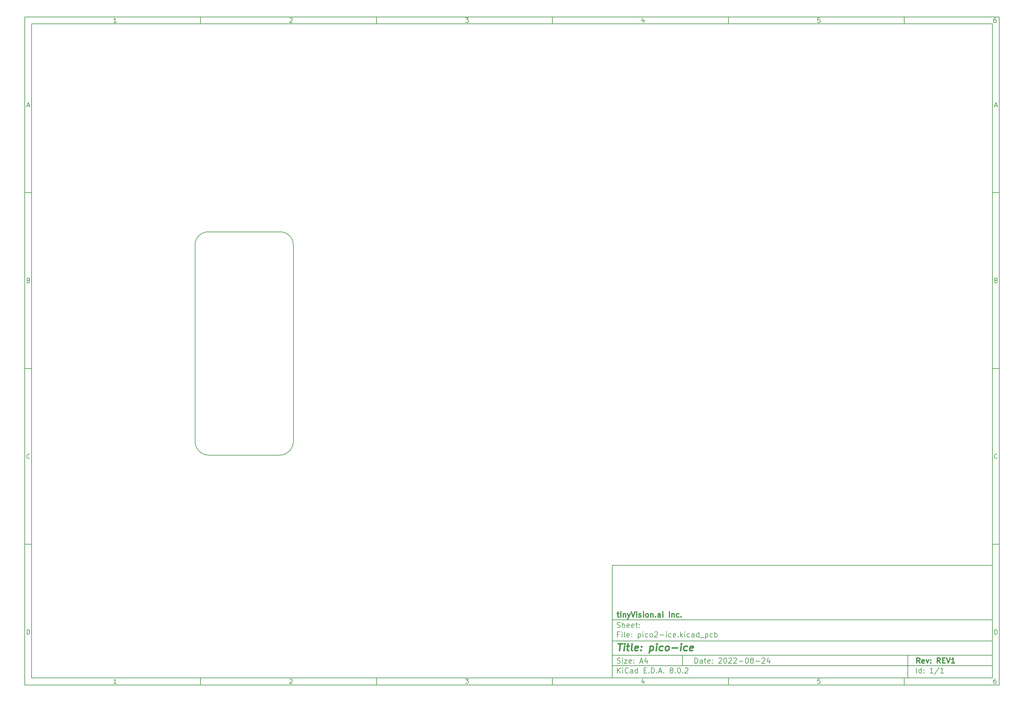
<source format=gbr>
%TF.GenerationSoftware,KiCad,Pcbnew,8.0.2*%
%TF.CreationDate,2024-10-27T15:33:14-07:00*%
%TF.ProjectId,pico2-ice,7069636f-322d-4696-9365-2e6b69636164,REV1*%
%TF.SameCoordinates,Original*%
%TF.FileFunction,Profile,NP*%
%FSLAX46Y46*%
G04 Gerber Fmt 4.6, Leading zero omitted, Abs format (unit mm)*
G04 Created by KiCad (PCBNEW 8.0.2) date 2024-10-27 15:33:14*
%MOMM*%
%LPD*%
G01*
G04 APERTURE LIST*
%ADD10C,0.100000*%
%ADD11C,0.150000*%
%ADD12C,0.300000*%
%ADD13C,0.400000*%
%TA.AperFunction,Profile*%
%ADD14C,0.127000*%
%TD*%
G04 APERTURE END LIST*
D10*
D11*
X177002200Y-166007200D02*
X285002200Y-166007200D01*
X285002200Y-198007200D01*
X177002200Y-198007200D01*
X177002200Y-166007200D01*
D10*
D11*
X10000000Y-10000000D02*
X287002200Y-10000000D01*
X287002200Y-200007200D01*
X10000000Y-200007200D01*
X10000000Y-10000000D01*
D10*
D11*
X12000000Y-12000000D02*
X285002200Y-12000000D01*
X285002200Y-198007200D01*
X12000000Y-198007200D01*
X12000000Y-12000000D01*
D10*
D11*
X60000000Y-12000000D02*
X60000000Y-10000000D01*
D10*
D11*
X110000000Y-12000000D02*
X110000000Y-10000000D01*
D10*
D11*
X160000000Y-12000000D02*
X160000000Y-10000000D01*
D10*
D11*
X210000000Y-12000000D02*
X210000000Y-10000000D01*
D10*
D11*
X260000000Y-12000000D02*
X260000000Y-10000000D01*
D10*
D11*
X36089160Y-11593604D02*
X35346303Y-11593604D01*
X35717731Y-11593604D02*
X35717731Y-10293604D01*
X35717731Y-10293604D02*
X35593922Y-10479319D01*
X35593922Y-10479319D02*
X35470112Y-10603128D01*
X35470112Y-10603128D02*
X35346303Y-10665033D01*
D10*
D11*
X85346303Y-10417414D02*
X85408207Y-10355509D01*
X85408207Y-10355509D02*
X85532017Y-10293604D01*
X85532017Y-10293604D02*
X85841541Y-10293604D01*
X85841541Y-10293604D02*
X85965350Y-10355509D01*
X85965350Y-10355509D02*
X86027255Y-10417414D01*
X86027255Y-10417414D02*
X86089160Y-10541223D01*
X86089160Y-10541223D02*
X86089160Y-10665033D01*
X86089160Y-10665033D02*
X86027255Y-10850747D01*
X86027255Y-10850747D02*
X85284398Y-11593604D01*
X85284398Y-11593604D02*
X86089160Y-11593604D01*
D10*
D11*
X135284398Y-10293604D02*
X136089160Y-10293604D01*
X136089160Y-10293604D02*
X135655826Y-10788842D01*
X135655826Y-10788842D02*
X135841541Y-10788842D01*
X135841541Y-10788842D02*
X135965350Y-10850747D01*
X135965350Y-10850747D02*
X136027255Y-10912652D01*
X136027255Y-10912652D02*
X136089160Y-11036461D01*
X136089160Y-11036461D02*
X136089160Y-11345985D01*
X136089160Y-11345985D02*
X136027255Y-11469795D01*
X136027255Y-11469795D02*
X135965350Y-11531700D01*
X135965350Y-11531700D02*
X135841541Y-11593604D01*
X135841541Y-11593604D02*
X135470112Y-11593604D01*
X135470112Y-11593604D02*
X135346303Y-11531700D01*
X135346303Y-11531700D02*
X135284398Y-11469795D01*
D10*
D11*
X185965350Y-10726938D02*
X185965350Y-11593604D01*
X185655826Y-10231700D02*
X185346303Y-11160271D01*
X185346303Y-11160271D02*
X186151064Y-11160271D01*
D10*
D11*
X236027255Y-10293604D02*
X235408207Y-10293604D01*
X235408207Y-10293604D02*
X235346303Y-10912652D01*
X235346303Y-10912652D02*
X235408207Y-10850747D01*
X235408207Y-10850747D02*
X235532017Y-10788842D01*
X235532017Y-10788842D02*
X235841541Y-10788842D01*
X235841541Y-10788842D02*
X235965350Y-10850747D01*
X235965350Y-10850747D02*
X236027255Y-10912652D01*
X236027255Y-10912652D02*
X236089160Y-11036461D01*
X236089160Y-11036461D02*
X236089160Y-11345985D01*
X236089160Y-11345985D02*
X236027255Y-11469795D01*
X236027255Y-11469795D02*
X235965350Y-11531700D01*
X235965350Y-11531700D02*
X235841541Y-11593604D01*
X235841541Y-11593604D02*
X235532017Y-11593604D01*
X235532017Y-11593604D02*
X235408207Y-11531700D01*
X235408207Y-11531700D02*
X235346303Y-11469795D01*
D10*
D11*
X285965350Y-10293604D02*
X285717731Y-10293604D01*
X285717731Y-10293604D02*
X285593922Y-10355509D01*
X285593922Y-10355509D02*
X285532017Y-10417414D01*
X285532017Y-10417414D02*
X285408207Y-10603128D01*
X285408207Y-10603128D02*
X285346303Y-10850747D01*
X285346303Y-10850747D02*
X285346303Y-11345985D01*
X285346303Y-11345985D02*
X285408207Y-11469795D01*
X285408207Y-11469795D02*
X285470112Y-11531700D01*
X285470112Y-11531700D02*
X285593922Y-11593604D01*
X285593922Y-11593604D02*
X285841541Y-11593604D01*
X285841541Y-11593604D02*
X285965350Y-11531700D01*
X285965350Y-11531700D02*
X286027255Y-11469795D01*
X286027255Y-11469795D02*
X286089160Y-11345985D01*
X286089160Y-11345985D02*
X286089160Y-11036461D01*
X286089160Y-11036461D02*
X286027255Y-10912652D01*
X286027255Y-10912652D02*
X285965350Y-10850747D01*
X285965350Y-10850747D02*
X285841541Y-10788842D01*
X285841541Y-10788842D02*
X285593922Y-10788842D01*
X285593922Y-10788842D02*
X285470112Y-10850747D01*
X285470112Y-10850747D02*
X285408207Y-10912652D01*
X285408207Y-10912652D02*
X285346303Y-11036461D01*
D10*
D11*
X60000000Y-198007200D02*
X60000000Y-200007200D01*
D10*
D11*
X110000000Y-198007200D02*
X110000000Y-200007200D01*
D10*
D11*
X160000000Y-198007200D02*
X160000000Y-200007200D01*
D10*
D11*
X210000000Y-198007200D02*
X210000000Y-200007200D01*
D10*
D11*
X260000000Y-198007200D02*
X260000000Y-200007200D01*
D10*
D11*
X36089160Y-199600804D02*
X35346303Y-199600804D01*
X35717731Y-199600804D02*
X35717731Y-198300804D01*
X35717731Y-198300804D02*
X35593922Y-198486519D01*
X35593922Y-198486519D02*
X35470112Y-198610328D01*
X35470112Y-198610328D02*
X35346303Y-198672233D01*
D10*
D11*
X85346303Y-198424614D02*
X85408207Y-198362709D01*
X85408207Y-198362709D02*
X85532017Y-198300804D01*
X85532017Y-198300804D02*
X85841541Y-198300804D01*
X85841541Y-198300804D02*
X85965350Y-198362709D01*
X85965350Y-198362709D02*
X86027255Y-198424614D01*
X86027255Y-198424614D02*
X86089160Y-198548423D01*
X86089160Y-198548423D02*
X86089160Y-198672233D01*
X86089160Y-198672233D02*
X86027255Y-198857947D01*
X86027255Y-198857947D02*
X85284398Y-199600804D01*
X85284398Y-199600804D02*
X86089160Y-199600804D01*
D10*
D11*
X135284398Y-198300804D02*
X136089160Y-198300804D01*
X136089160Y-198300804D02*
X135655826Y-198796042D01*
X135655826Y-198796042D02*
X135841541Y-198796042D01*
X135841541Y-198796042D02*
X135965350Y-198857947D01*
X135965350Y-198857947D02*
X136027255Y-198919852D01*
X136027255Y-198919852D02*
X136089160Y-199043661D01*
X136089160Y-199043661D02*
X136089160Y-199353185D01*
X136089160Y-199353185D02*
X136027255Y-199476995D01*
X136027255Y-199476995D02*
X135965350Y-199538900D01*
X135965350Y-199538900D02*
X135841541Y-199600804D01*
X135841541Y-199600804D02*
X135470112Y-199600804D01*
X135470112Y-199600804D02*
X135346303Y-199538900D01*
X135346303Y-199538900D02*
X135284398Y-199476995D01*
D10*
D11*
X185965350Y-198734138D02*
X185965350Y-199600804D01*
X185655826Y-198238900D02*
X185346303Y-199167471D01*
X185346303Y-199167471D02*
X186151064Y-199167471D01*
D10*
D11*
X236027255Y-198300804D02*
X235408207Y-198300804D01*
X235408207Y-198300804D02*
X235346303Y-198919852D01*
X235346303Y-198919852D02*
X235408207Y-198857947D01*
X235408207Y-198857947D02*
X235532017Y-198796042D01*
X235532017Y-198796042D02*
X235841541Y-198796042D01*
X235841541Y-198796042D02*
X235965350Y-198857947D01*
X235965350Y-198857947D02*
X236027255Y-198919852D01*
X236027255Y-198919852D02*
X236089160Y-199043661D01*
X236089160Y-199043661D02*
X236089160Y-199353185D01*
X236089160Y-199353185D02*
X236027255Y-199476995D01*
X236027255Y-199476995D02*
X235965350Y-199538900D01*
X235965350Y-199538900D02*
X235841541Y-199600804D01*
X235841541Y-199600804D02*
X235532017Y-199600804D01*
X235532017Y-199600804D02*
X235408207Y-199538900D01*
X235408207Y-199538900D02*
X235346303Y-199476995D01*
D10*
D11*
X285965350Y-198300804D02*
X285717731Y-198300804D01*
X285717731Y-198300804D02*
X285593922Y-198362709D01*
X285593922Y-198362709D02*
X285532017Y-198424614D01*
X285532017Y-198424614D02*
X285408207Y-198610328D01*
X285408207Y-198610328D02*
X285346303Y-198857947D01*
X285346303Y-198857947D02*
X285346303Y-199353185D01*
X285346303Y-199353185D02*
X285408207Y-199476995D01*
X285408207Y-199476995D02*
X285470112Y-199538900D01*
X285470112Y-199538900D02*
X285593922Y-199600804D01*
X285593922Y-199600804D02*
X285841541Y-199600804D01*
X285841541Y-199600804D02*
X285965350Y-199538900D01*
X285965350Y-199538900D02*
X286027255Y-199476995D01*
X286027255Y-199476995D02*
X286089160Y-199353185D01*
X286089160Y-199353185D02*
X286089160Y-199043661D01*
X286089160Y-199043661D02*
X286027255Y-198919852D01*
X286027255Y-198919852D02*
X285965350Y-198857947D01*
X285965350Y-198857947D02*
X285841541Y-198796042D01*
X285841541Y-198796042D02*
X285593922Y-198796042D01*
X285593922Y-198796042D02*
X285470112Y-198857947D01*
X285470112Y-198857947D02*
X285408207Y-198919852D01*
X285408207Y-198919852D02*
X285346303Y-199043661D01*
D10*
D11*
X10000000Y-60000000D02*
X12000000Y-60000000D01*
D10*
D11*
X10000000Y-110000000D02*
X12000000Y-110000000D01*
D10*
D11*
X10000000Y-160000000D02*
X12000000Y-160000000D01*
D10*
D11*
X10690476Y-35222176D02*
X11309523Y-35222176D01*
X10566666Y-35593604D02*
X10999999Y-34293604D01*
X10999999Y-34293604D02*
X11433333Y-35593604D01*
D10*
D11*
X11092857Y-84912652D02*
X11278571Y-84974557D01*
X11278571Y-84974557D02*
X11340476Y-85036461D01*
X11340476Y-85036461D02*
X11402380Y-85160271D01*
X11402380Y-85160271D02*
X11402380Y-85345985D01*
X11402380Y-85345985D02*
X11340476Y-85469795D01*
X11340476Y-85469795D02*
X11278571Y-85531700D01*
X11278571Y-85531700D02*
X11154761Y-85593604D01*
X11154761Y-85593604D02*
X10659523Y-85593604D01*
X10659523Y-85593604D02*
X10659523Y-84293604D01*
X10659523Y-84293604D02*
X11092857Y-84293604D01*
X11092857Y-84293604D02*
X11216666Y-84355509D01*
X11216666Y-84355509D02*
X11278571Y-84417414D01*
X11278571Y-84417414D02*
X11340476Y-84541223D01*
X11340476Y-84541223D02*
X11340476Y-84665033D01*
X11340476Y-84665033D02*
X11278571Y-84788842D01*
X11278571Y-84788842D02*
X11216666Y-84850747D01*
X11216666Y-84850747D02*
X11092857Y-84912652D01*
X11092857Y-84912652D02*
X10659523Y-84912652D01*
D10*
D11*
X11402380Y-135469795D02*
X11340476Y-135531700D01*
X11340476Y-135531700D02*
X11154761Y-135593604D01*
X11154761Y-135593604D02*
X11030952Y-135593604D01*
X11030952Y-135593604D02*
X10845238Y-135531700D01*
X10845238Y-135531700D02*
X10721428Y-135407890D01*
X10721428Y-135407890D02*
X10659523Y-135284080D01*
X10659523Y-135284080D02*
X10597619Y-135036461D01*
X10597619Y-135036461D02*
X10597619Y-134850747D01*
X10597619Y-134850747D02*
X10659523Y-134603128D01*
X10659523Y-134603128D02*
X10721428Y-134479319D01*
X10721428Y-134479319D02*
X10845238Y-134355509D01*
X10845238Y-134355509D02*
X11030952Y-134293604D01*
X11030952Y-134293604D02*
X11154761Y-134293604D01*
X11154761Y-134293604D02*
X11340476Y-134355509D01*
X11340476Y-134355509D02*
X11402380Y-134417414D01*
D10*
D11*
X10659523Y-185593604D02*
X10659523Y-184293604D01*
X10659523Y-184293604D02*
X10969047Y-184293604D01*
X10969047Y-184293604D02*
X11154761Y-184355509D01*
X11154761Y-184355509D02*
X11278571Y-184479319D01*
X11278571Y-184479319D02*
X11340476Y-184603128D01*
X11340476Y-184603128D02*
X11402380Y-184850747D01*
X11402380Y-184850747D02*
X11402380Y-185036461D01*
X11402380Y-185036461D02*
X11340476Y-185284080D01*
X11340476Y-185284080D02*
X11278571Y-185407890D01*
X11278571Y-185407890D02*
X11154761Y-185531700D01*
X11154761Y-185531700D02*
X10969047Y-185593604D01*
X10969047Y-185593604D02*
X10659523Y-185593604D01*
D10*
D11*
X287002200Y-60000000D02*
X285002200Y-60000000D01*
D10*
D11*
X287002200Y-110000000D02*
X285002200Y-110000000D01*
D10*
D11*
X287002200Y-160000000D02*
X285002200Y-160000000D01*
D10*
D11*
X285692676Y-35222176D02*
X286311723Y-35222176D01*
X285568866Y-35593604D02*
X286002199Y-34293604D01*
X286002199Y-34293604D02*
X286435533Y-35593604D01*
D10*
D11*
X286095057Y-84912652D02*
X286280771Y-84974557D01*
X286280771Y-84974557D02*
X286342676Y-85036461D01*
X286342676Y-85036461D02*
X286404580Y-85160271D01*
X286404580Y-85160271D02*
X286404580Y-85345985D01*
X286404580Y-85345985D02*
X286342676Y-85469795D01*
X286342676Y-85469795D02*
X286280771Y-85531700D01*
X286280771Y-85531700D02*
X286156961Y-85593604D01*
X286156961Y-85593604D02*
X285661723Y-85593604D01*
X285661723Y-85593604D02*
X285661723Y-84293604D01*
X285661723Y-84293604D02*
X286095057Y-84293604D01*
X286095057Y-84293604D02*
X286218866Y-84355509D01*
X286218866Y-84355509D02*
X286280771Y-84417414D01*
X286280771Y-84417414D02*
X286342676Y-84541223D01*
X286342676Y-84541223D02*
X286342676Y-84665033D01*
X286342676Y-84665033D02*
X286280771Y-84788842D01*
X286280771Y-84788842D02*
X286218866Y-84850747D01*
X286218866Y-84850747D02*
X286095057Y-84912652D01*
X286095057Y-84912652D02*
X285661723Y-84912652D01*
D10*
D11*
X286404580Y-135469795D02*
X286342676Y-135531700D01*
X286342676Y-135531700D02*
X286156961Y-135593604D01*
X286156961Y-135593604D02*
X286033152Y-135593604D01*
X286033152Y-135593604D02*
X285847438Y-135531700D01*
X285847438Y-135531700D02*
X285723628Y-135407890D01*
X285723628Y-135407890D02*
X285661723Y-135284080D01*
X285661723Y-135284080D02*
X285599819Y-135036461D01*
X285599819Y-135036461D02*
X285599819Y-134850747D01*
X285599819Y-134850747D02*
X285661723Y-134603128D01*
X285661723Y-134603128D02*
X285723628Y-134479319D01*
X285723628Y-134479319D02*
X285847438Y-134355509D01*
X285847438Y-134355509D02*
X286033152Y-134293604D01*
X286033152Y-134293604D02*
X286156961Y-134293604D01*
X286156961Y-134293604D02*
X286342676Y-134355509D01*
X286342676Y-134355509D02*
X286404580Y-134417414D01*
D10*
D11*
X285661723Y-185593604D02*
X285661723Y-184293604D01*
X285661723Y-184293604D02*
X285971247Y-184293604D01*
X285971247Y-184293604D02*
X286156961Y-184355509D01*
X286156961Y-184355509D02*
X286280771Y-184479319D01*
X286280771Y-184479319D02*
X286342676Y-184603128D01*
X286342676Y-184603128D02*
X286404580Y-184850747D01*
X286404580Y-184850747D02*
X286404580Y-185036461D01*
X286404580Y-185036461D02*
X286342676Y-185284080D01*
X286342676Y-185284080D02*
X286280771Y-185407890D01*
X286280771Y-185407890D02*
X286156961Y-185531700D01*
X286156961Y-185531700D02*
X285971247Y-185593604D01*
X285971247Y-185593604D02*
X285661723Y-185593604D01*
D10*
D11*
X200458026Y-193793328D02*
X200458026Y-192293328D01*
X200458026Y-192293328D02*
X200815169Y-192293328D01*
X200815169Y-192293328D02*
X201029455Y-192364757D01*
X201029455Y-192364757D02*
X201172312Y-192507614D01*
X201172312Y-192507614D02*
X201243741Y-192650471D01*
X201243741Y-192650471D02*
X201315169Y-192936185D01*
X201315169Y-192936185D02*
X201315169Y-193150471D01*
X201315169Y-193150471D02*
X201243741Y-193436185D01*
X201243741Y-193436185D02*
X201172312Y-193579042D01*
X201172312Y-193579042D02*
X201029455Y-193721900D01*
X201029455Y-193721900D02*
X200815169Y-193793328D01*
X200815169Y-193793328D02*
X200458026Y-193793328D01*
X202600884Y-193793328D02*
X202600884Y-193007614D01*
X202600884Y-193007614D02*
X202529455Y-192864757D01*
X202529455Y-192864757D02*
X202386598Y-192793328D01*
X202386598Y-192793328D02*
X202100884Y-192793328D01*
X202100884Y-192793328D02*
X201958026Y-192864757D01*
X202600884Y-193721900D02*
X202458026Y-193793328D01*
X202458026Y-193793328D02*
X202100884Y-193793328D01*
X202100884Y-193793328D02*
X201958026Y-193721900D01*
X201958026Y-193721900D02*
X201886598Y-193579042D01*
X201886598Y-193579042D02*
X201886598Y-193436185D01*
X201886598Y-193436185D02*
X201958026Y-193293328D01*
X201958026Y-193293328D02*
X202100884Y-193221900D01*
X202100884Y-193221900D02*
X202458026Y-193221900D01*
X202458026Y-193221900D02*
X202600884Y-193150471D01*
X203100884Y-192793328D02*
X203672312Y-192793328D01*
X203315169Y-192293328D02*
X203315169Y-193579042D01*
X203315169Y-193579042D02*
X203386598Y-193721900D01*
X203386598Y-193721900D02*
X203529455Y-193793328D01*
X203529455Y-193793328D02*
X203672312Y-193793328D01*
X204743741Y-193721900D02*
X204600884Y-193793328D01*
X204600884Y-193793328D02*
X204315170Y-193793328D01*
X204315170Y-193793328D02*
X204172312Y-193721900D01*
X204172312Y-193721900D02*
X204100884Y-193579042D01*
X204100884Y-193579042D02*
X204100884Y-193007614D01*
X204100884Y-193007614D02*
X204172312Y-192864757D01*
X204172312Y-192864757D02*
X204315170Y-192793328D01*
X204315170Y-192793328D02*
X204600884Y-192793328D01*
X204600884Y-192793328D02*
X204743741Y-192864757D01*
X204743741Y-192864757D02*
X204815170Y-193007614D01*
X204815170Y-193007614D02*
X204815170Y-193150471D01*
X204815170Y-193150471D02*
X204100884Y-193293328D01*
X205458026Y-193650471D02*
X205529455Y-193721900D01*
X205529455Y-193721900D02*
X205458026Y-193793328D01*
X205458026Y-193793328D02*
X205386598Y-193721900D01*
X205386598Y-193721900D02*
X205458026Y-193650471D01*
X205458026Y-193650471D02*
X205458026Y-193793328D01*
X205458026Y-192864757D02*
X205529455Y-192936185D01*
X205529455Y-192936185D02*
X205458026Y-193007614D01*
X205458026Y-193007614D02*
X205386598Y-192936185D01*
X205386598Y-192936185D02*
X205458026Y-192864757D01*
X205458026Y-192864757D02*
X205458026Y-193007614D01*
X207243741Y-192436185D02*
X207315169Y-192364757D01*
X207315169Y-192364757D02*
X207458027Y-192293328D01*
X207458027Y-192293328D02*
X207815169Y-192293328D01*
X207815169Y-192293328D02*
X207958027Y-192364757D01*
X207958027Y-192364757D02*
X208029455Y-192436185D01*
X208029455Y-192436185D02*
X208100884Y-192579042D01*
X208100884Y-192579042D02*
X208100884Y-192721900D01*
X208100884Y-192721900D02*
X208029455Y-192936185D01*
X208029455Y-192936185D02*
X207172312Y-193793328D01*
X207172312Y-193793328D02*
X208100884Y-193793328D01*
X209029455Y-192293328D02*
X209172312Y-192293328D01*
X209172312Y-192293328D02*
X209315169Y-192364757D01*
X209315169Y-192364757D02*
X209386598Y-192436185D01*
X209386598Y-192436185D02*
X209458026Y-192579042D01*
X209458026Y-192579042D02*
X209529455Y-192864757D01*
X209529455Y-192864757D02*
X209529455Y-193221900D01*
X209529455Y-193221900D02*
X209458026Y-193507614D01*
X209458026Y-193507614D02*
X209386598Y-193650471D01*
X209386598Y-193650471D02*
X209315169Y-193721900D01*
X209315169Y-193721900D02*
X209172312Y-193793328D01*
X209172312Y-193793328D02*
X209029455Y-193793328D01*
X209029455Y-193793328D02*
X208886598Y-193721900D01*
X208886598Y-193721900D02*
X208815169Y-193650471D01*
X208815169Y-193650471D02*
X208743740Y-193507614D01*
X208743740Y-193507614D02*
X208672312Y-193221900D01*
X208672312Y-193221900D02*
X208672312Y-192864757D01*
X208672312Y-192864757D02*
X208743740Y-192579042D01*
X208743740Y-192579042D02*
X208815169Y-192436185D01*
X208815169Y-192436185D02*
X208886598Y-192364757D01*
X208886598Y-192364757D02*
X209029455Y-192293328D01*
X210100883Y-192436185D02*
X210172311Y-192364757D01*
X210172311Y-192364757D02*
X210315169Y-192293328D01*
X210315169Y-192293328D02*
X210672311Y-192293328D01*
X210672311Y-192293328D02*
X210815169Y-192364757D01*
X210815169Y-192364757D02*
X210886597Y-192436185D01*
X210886597Y-192436185D02*
X210958026Y-192579042D01*
X210958026Y-192579042D02*
X210958026Y-192721900D01*
X210958026Y-192721900D02*
X210886597Y-192936185D01*
X210886597Y-192936185D02*
X210029454Y-193793328D01*
X210029454Y-193793328D02*
X210958026Y-193793328D01*
X211529454Y-192436185D02*
X211600882Y-192364757D01*
X211600882Y-192364757D02*
X211743740Y-192293328D01*
X211743740Y-192293328D02*
X212100882Y-192293328D01*
X212100882Y-192293328D02*
X212243740Y-192364757D01*
X212243740Y-192364757D02*
X212315168Y-192436185D01*
X212315168Y-192436185D02*
X212386597Y-192579042D01*
X212386597Y-192579042D02*
X212386597Y-192721900D01*
X212386597Y-192721900D02*
X212315168Y-192936185D01*
X212315168Y-192936185D02*
X211458025Y-193793328D01*
X211458025Y-193793328D02*
X212386597Y-193793328D01*
X213029453Y-193221900D02*
X214172311Y-193221900D01*
X215172311Y-192293328D02*
X215315168Y-192293328D01*
X215315168Y-192293328D02*
X215458025Y-192364757D01*
X215458025Y-192364757D02*
X215529454Y-192436185D01*
X215529454Y-192436185D02*
X215600882Y-192579042D01*
X215600882Y-192579042D02*
X215672311Y-192864757D01*
X215672311Y-192864757D02*
X215672311Y-193221900D01*
X215672311Y-193221900D02*
X215600882Y-193507614D01*
X215600882Y-193507614D02*
X215529454Y-193650471D01*
X215529454Y-193650471D02*
X215458025Y-193721900D01*
X215458025Y-193721900D02*
X215315168Y-193793328D01*
X215315168Y-193793328D02*
X215172311Y-193793328D01*
X215172311Y-193793328D02*
X215029454Y-193721900D01*
X215029454Y-193721900D02*
X214958025Y-193650471D01*
X214958025Y-193650471D02*
X214886596Y-193507614D01*
X214886596Y-193507614D02*
X214815168Y-193221900D01*
X214815168Y-193221900D02*
X214815168Y-192864757D01*
X214815168Y-192864757D02*
X214886596Y-192579042D01*
X214886596Y-192579042D02*
X214958025Y-192436185D01*
X214958025Y-192436185D02*
X215029454Y-192364757D01*
X215029454Y-192364757D02*
X215172311Y-192293328D01*
X216529453Y-192936185D02*
X216386596Y-192864757D01*
X216386596Y-192864757D02*
X216315167Y-192793328D01*
X216315167Y-192793328D02*
X216243739Y-192650471D01*
X216243739Y-192650471D02*
X216243739Y-192579042D01*
X216243739Y-192579042D02*
X216315167Y-192436185D01*
X216315167Y-192436185D02*
X216386596Y-192364757D01*
X216386596Y-192364757D02*
X216529453Y-192293328D01*
X216529453Y-192293328D02*
X216815167Y-192293328D01*
X216815167Y-192293328D02*
X216958025Y-192364757D01*
X216958025Y-192364757D02*
X217029453Y-192436185D01*
X217029453Y-192436185D02*
X217100882Y-192579042D01*
X217100882Y-192579042D02*
X217100882Y-192650471D01*
X217100882Y-192650471D02*
X217029453Y-192793328D01*
X217029453Y-192793328D02*
X216958025Y-192864757D01*
X216958025Y-192864757D02*
X216815167Y-192936185D01*
X216815167Y-192936185D02*
X216529453Y-192936185D01*
X216529453Y-192936185D02*
X216386596Y-193007614D01*
X216386596Y-193007614D02*
X216315167Y-193079042D01*
X216315167Y-193079042D02*
X216243739Y-193221900D01*
X216243739Y-193221900D02*
X216243739Y-193507614D01*
X216243739Y-193507614D02*
X216315167Y-193650471D01*
X216315167Y-193650471D02*
X216386596Y-193721900D01*
X216386596Y-193721900D02*
X216529453Y-193793328D01*
X216529453Y-193793328D02*
X216815167Y-193793328D01*
X216815167Y-193793328D02*
X216958025Y-193721900D01*
X216958025Y-193721900D02*
X217029453Y-193650471D01*
X217029453Y-193650471D02*
X217100882Y-193507614D01*
X217100882Y-193507614D02*
X217100882Y-193221900D01*
X217100882Y-193221900D02*
X217029453Y-193079042D01*
X217029453Y-193079042D02*
X216958025Y-193007614D01*
X216958025Y-193007614D02*
X216815167Y-192936185D01*
X217743738Y-193221900D02*
X218886596Y-193221900D01*
X219529453Y-192436185D02*
X219600881Y-192364757D01*
X219600881Y-192364757D02*
X219743739Y-192293328D01*
X219743739Y-192293328D02*
X220100881Y-192293328D01*
X220100881Y-192293328D02*
X220243739Y-192364757D01*
X220243739Y-192364757D02*
X220315167Y-192436185D01*
X220315167Y-192436185D02*
X220386596Y-192579042D01*
X220386596Y-192579042D02*
X220386596Y-192721900D01*
X220386596Y-192721900D02*
X220315167Y-192936185D01*
X220315167Y-192936185D02*
X219458024Y-193793328D01*
X219458024Y-193793328D02*
X220386596Y-193793328D01*
X221672310Y-192793328D02*
X221672310Y-193793328D01*
X221315167Y-192221900D02*
X220958024Y-193293328D01*
X220958024Y-193293328D02*
X221886595Y-193293328D01*
D10*
D11*
X177002200Y-194507200D02*
X285002200Y-194507200D01*
D10*
D11*
X178458026Y-196593328D02*
X178458026Y-195093328D01*
X179315169Y-196593328D02*
X178672312Y-195736185D01*
X179315169Y-195093328D02*
X178458026Y-195950471D01*
X179958026Y-196593328D02*
X179958026Y-195593328D01*
X179958026Y-195093328D02*
X179886598Y-195164757D01*
X179886598Y-195164757D02*
X179958026Y-195236185D01*
X179958026Y-195236185D02*
X180029455Y-195164757D01*
X180029455Y-195164757D02*
X179958026Y-195093328D01*
X179958026Y-195093328D02*
X179958026Y-195236185D01*
X181529455Y-196450471D02*
X181458027Y-196521900D01*
X181458027Y-196521900D02*
X181243741Y-196593328D01*
X181243741Y-196593328D02*
X181100884Y-196593328D01*
X181100884Y-196593328D02*
X180886598Y-196521900D01*
X180886598Y-196521900D02*
X180743741Y-196379042D01*
X180743741Y-196379042D02*
X180672312Y-196236185D01*
X180672312Y-196236185D02*
X180600884Y-195950471D01*
X180600884Y-195950471D02*
X180600884Y-195736185D01*
X180600884Y-195736185D02*
X180672312Y-195450471D01*
X180672312Y-195450471D02*
X180743741Y-195307614D01*
X180743741Y-195307614D02*
X180886598Y-195164757D01*
X180886598Y-195164757D02*
X181100884Y-195093328D01*
X181100884Y-195093328D02*
X181243741Y-195093328D01*
X181243741Y-195093328D02*
X181458027Y-195164757D01*
X181458027Y-195164757D02*
X181529455Y-195236185D01*
X182815170Y-196593328D02*
X182815170Y-195807614D01*
X182815170Y-195807614D02*
X182743741Y-195664757D01*
X182743741Y-195664757D02*
X182600884Y-195593328D01*
X182600884Y-195593328D02*
X182315170Y-195593328D01*
X182315170Y-195593328D02*
X182172312Y-195664757D01*
X182815170Y-196521900D02*
X182672312Y-196593328D01*
X182672312Y-196593328D02*
X182315170Y-196593328D01*
X182315170Y-196593328D02*
X182172312Y-196521900D01*
X182172312Y-196521900D02*
X182100884Y-196379042D01*
X182100884Y-196379042D02*
X182100884Y-196236185D01*
X182100884Y-196236185D02*
X182172312Y-196093328D01*
X182172312Y-196093328D02*
X182315170Y-196021900D01*
X182315170Y-196021900D02*
X182672312Y-196021900D01*
X182672312Y-196021900D02*
X182815170Y-195950471D01*
X184172313Y-196593328D02*
X184172313Y-195093328D01*
X184172313Y-196521900D02*
X184029455Y-196593328D01*
X184029455Y-196593328D02*
X183743741Y-196593328D01*
X183743741Y-196593328D02*
X183600884Y-196521900D01*
X183600884Y-196521900D02*
X183529455Y-196450471D01*
X183529455Y-196450471D02*
X183458027Y-196307614D01*
X183458027Y-196307614D02*
X183458027Y-195879042D01*
X183458027Y-195879042D02*
X183529455Y-195736185D01*
X183529455Y-195736185D02*
X183600884Y-195664757D01*
X183600884Y-195664757D02*
X183743741Y-195593328D01*
X183743741Y-195593328D02*
X184029455Y-195593328D01*
X184029455Y-195593328D02*
X184172313Y-195664757D01*
X186029455Y-195807614D02*
X186529455Y-195807614D01*
X186743741Y-196593328D02*
X186029455Y-196593328D01*
X186029455Y-196593328D02*
X186029455Y-195093328D01*
X186029455Y-195093328D02*
X186743741Y-195093328D01*
X187386598Y-196450471D02*
X187458027Y-196521900D01*
X187458027Y-196521900D02*
X187386598Y-196593328D01*
X187386598Y-196593328D02*
X187315170Y-196521900D01*
X187315170Y-196521900D02*
X187386598Y-196450471D01*
X187386598Y-196450471D02*
X187386598Y-196593328D01*
X188100884Y-196593328D02*
X188100884Y-195093328D01*
X188100884Y-195093328D02*
X188458027Y-195093328D01*
X188458027Y-195093328D02*
X188672313Y-195164757D01*
X188672313Y-195164757D02*
X188815170Y-195307614D01*
X188815170Y-195307614D02*
X188886599Y-195450471D01*
X188886599Y-195450471D02*
X188958027Y-195736185D01*
X188958027Y-195736185D02*
X188958027Y-195950471D01*
X188958027Y-195950471D02*
X188886599Y-196236185D01*
X188886599Y-196236185D02*
X188815170Y-196379042D01*
X188815170Y-196379042D02*
X188672313Y-196521900D01*
X188672313Y-196521900D02*
X188458027Y-196593328D01*
X188458027Y-196593328D02*
X188100884Y-196593328D01*
X189600884Y-196450471D02*
X189672313Y-196521900D01*
X189672313Y-196521900D02*
X189600884Y-196593328D01*
X189600884Y-196593328D02*
X189529456Y-196521900D01*
X189529456Y-196521900D02*
X189600884Y-196450471D01*
X189600884Y-196450471D02*
X189600884Y-196593328D01*
X190243742Y-196164757D02*
X190958028Y-196164757D01*
X190100885Y-196593328D02*
X190600885Y-195093328D01*
X190600885Y-195093328D02*
X191100885Y-196593328D01*
X191600884Y-196450471D02*
X191672313Y-196521900D01*
X191672313Y-196521900D02*
X191600884Y-196593328D01*
X191600884Y-196593328D02*
X191529456Y-196521900D01*
X191529456Y-196521900D02*
X191600884Y-196450471D01*
X191600884Y-196450471D02*
X191600884Y-196593328D01*
X193672313Y-195736185D02*
X193529456Y-195664757D01*
X193529456Y-195664757D02*
X193458027Y-195593328D01*
X193458027Y-195593328D02*
X193386599Y-195450471D01*
X193386599Y-195450471D02*
X193386599Y-195379042D01*
X193386599Y-195379042D02*
X193458027Y-195236185D01*
X193458027Y-195236185D02*
X193529456Y-195164757D01*
X193529456Y-195164757D02*
X193672313Y-195093328D01*
X193672313Y-195093328D02*
X193958027Y-195093328D01*
X193958027Y-195093328D02*
X194100885Y-195164757D01*
X194100885Y-195164757D02*
X194172313Y-195236185D01*
X194172313Y-195236185D02*
X194243742Y-195379042D01*
X194243742Y-195379042D02*
X194243742Y-195450471D01*
X194243742Y-195450471D02*
X194172313Y-195593328D01*
X194172313Y-195593328D02*
X194100885Y-195664757D01*
X194100885Y-195664757D02*
X193958027Y-195736185D01*
X193958027Y-195736185D02*
X193672313Y-195736185D01*
X193672313Y-195736185D02*
X193529456Y-195807614D01*
X193529456Y-195807614D02*
X193458027Y-195879042D01*
X193458027Y-195879042D02*
X193386599Y-196021900D01*
X193386599Y-196021900D02*
X193386599Y-196307614D01*
X193386599Y-196307614D02*
X193458027Y-196450471D01*
X193458027Y-196450471D02*
X193529456Y-196521900D01*
X193529456Y-196521900D02*
X193672313Y-196593328D01*
X193672313Y-196593328D02*
X193958027Y-196593328D01*
X193958027Y-196593328D02*
X194100885Y-196521900D01*
X194100885Y-196521900D02*
X194172313Y-196450471D01*
X194172313Y-196450471D02*
X194243742Y-196307614D01*
X194243742Y-196307614D02*
X194243742Y-196021900D01*
X194243742Y-196021900D02*
X194172313Y-195879042D01*
X194172313Y-195879042D02*
X194100885Y-195807614D01*
X194100885Y-195807614D02*
X193958027Y-195736185D01*
X194886598Y-196450471D02*
X194958027Y-196521900D01*
X194958027Y-196521900D02*
X194886598Y-196593328D01*
X194886598Y-196593328D02*
X194815170Y-196521900D01*
X194815170Y-196521900D02*
X194886598Y-196450471D01*
X194886598Y-196450471D02*
X194886598Y-196593328D01*
X195886599Y-195093328D02*
X196029456Y-195093328D01*
X196029456Y-195093328D02*
X196172313Y-195164757D01*
X196172313Y-195164757D02*
X196243742Y-195236185D01*
X196243742Y-195236185D02*
X196315170Y-195379042D01*
X196315170Y-195379042D02*
X196386599Y-195664757D01*
X196386599Y-195664757D02*
X196386599Y-196021900D01*
X196386599Y-196021900D02*
X196315170Y-196307614D01*
X196315170Y-196307614D02*
X196243742Y-196450471D01*
X196243742Y-196450471D02*
X196172313Y-196521900D01*
X196172313Y-196521900D02*
X196029456Y-196593328D01*
X196029456Y-196593328D02*
X195886599Y-196593328D01*
X195886599Y-196593328D02*
X195743742Y-196521900D01*
X195743742Y-196521900D02*
X195672313Y-196450471D01*
X195672313Y-196450471D02*
X195600884Y-196307614D01*
X195600884Y-196307614D02*
X195529456Y-196021900D01*
X195529456Y-196021900D02*
X195529456Y-195664757D01*
X195529456Y-195664757D02*
X195600884Y-195379042D01*
X195600884Y-195379042D02*
X195672313Y-195236185D01*
X195672313Y-195236185D02*
X195743742Y-195164757D01*
X195743742Y-195164757D02*
X195886599Y-195093328D01*
X197029455Y-196450471D02*
X197100884Y-196521900D01*
X197100884Y-196521900D02*
X197029455Y-196593328D01*
X197029455Y-196593328D02*
X196958027Y-196521900D01*
X196958027Y-196521900D02*
X197029455Y-196450471D01*
X197029455Y-196450471D02*
X197029455Y-196593328D01*
X197672313Y-195236185D02*
X197743741Y-195164757D01*
X197743741Y-195164757D02*
X197886599Y-195093328D01*
X197886599Y-195093328D02*
X198243741Y-195093328D01*
X198243741Y-195093328D02*
X198386599Y-195164757D01*
X198386599Y-195164757D02*
X198458027Y-195236185D01*
X198458027Y-195236185D02*
X198529456Y-195379042D01*
X198529456Y-195379042D02*
X198529456Y-195521900D01*
X198529456Y-195521900D02*
X198458027Y-195736185D01*
X198458027Y-195736185D02*
X197600884Y-196593328D01*
X197600884Y-196593328D02*
X198529456Y-196593328D01*
D10*
D11*
X177002200Y-191507200D02*
X285002200Y-191507200D01*
D10*
D12*
X264413853Y-193785528D02*
X263913853Y-193071242D01*
X263556710Y-193785528D02*
X263556710Y-192285528D01*
X263556710Y-192285528D02*
X264128139Y-192285528D01*
X264128139Y-192285528D02*
X264270996Y-192356957D01*
X264270996Y-192356957D02*
X264342425Y-192428385D01*
X264342425Y-192428385D02*
X264413853Y-192571242D01*
X264413853Y-192571242D02*
X264413853Y-192785528D01*
X264413853Y-192785528D02*
X264342425Y-192928385D01*
X264342425Y-192928385D02*
X264270996Y-192999814D01*
X264270996Y-192999814D02*
X264128139Y-193071242D01*
X264128139Y-193071242D02*
X263556710Y-193071242D01*
X265628139Y-193714100D02*
X265485282Y-193785528D01*
X265485282Y-193785528D02*
X265199568Y-193785528D01*
X265199568Y-193785528D02*
X265056710Y-193714100D01*
X265056710Y-193714100D02*
X264985282Y-193571242D01*
X264985282Y-193571242D02*
X264985282Y-192999814D01*
X264985282Y-192999814D02*
X265056710Y-192856957D01*
X265056710Y-192856957D02*
X265199568Y-192785528D01*
X265199568Y-192785528D02*
X265485282Y-192785528D01*
X265485282Y-192785528D02*
X265628139Y-192856957D01*
X265628139Y-192856957D02*
X265699568Y-192999814D01*
X265699568Y-192999814D02*
X265699568Y-193142671D01*
X265699568Y-193142671D02*
X264985282Y-193285528D01*
X266199567Y-192785528D02*
X266556710Y-193785528D01*
X266556710Y-193785528D02*
X266913853Y-192785528D01*
X267485281Y-193642671D02*
X267556710Y-193714100D01*
X267556710Y-193714100D02*
X267485281Y-193785528D01*
X267485281Y-193785528D02*
X267413853Y-193714100D01*
X267413853Y-193714100D02*
X267485281Y-193642671D01*
X267485281Y-193642671D02*
X267485281Y-193785528D01*
X267485281Y-192856957D02*
X267556710Y-192928385D01*
X267556710Y-192928385D02*
X267485281Y-192999814D01*
X267485281Y-192999814D02*
X267413853Y-192928385D01*
X267413853Y-192928385D02*
X267485281Y-192856957D01*
X267485281Y-192856957D02*
X267485281Y-192999814D01*
X270199567Y-193785528D02*
X269699567Y-193071242D01*
X269342424Y-193785528D02*
X269342424Y-192285528D01*
X269342424Y-192285528D02*
X269913853Y-192285528D01*
X269913853Y-192285528D02*
X270056710Y-192356957D01*
X270056710Y-192356957D02*
X270128139Y-192428385D01*
X270128139Y-192428385D02*
X270199567Y-192571242D01*
X270199567Y-192571242D02*
X270199567Y-192785528D01*
X270199567Y-192785528D02*
X270128139Y-192928385D01*
X270128139Y-192928385D02*
X270056710Y-192999814D01*
X270056710Y-192999814D02*
X269913853Y-193071242D01*
X269913853Y-193071242D02*
X269342424Y-193071242D01*
X270842424Y-192999814D02*
X271342424Y-192999814D01*
X271556710Y-193785528D02*
X270842424Y-193785528D01*
X270842424Y-193785528D02*
X270842424Y-192285528D01*
X270842424Y-192285528D02*
X271556710Y-192285528D01*
X271985282Y-192285528D02*
X272485282Y-193785528D01*
X272485282Y-193785528D02*
X272985282Y-192285528D01*
X274270996Y-193785528D02*
X273413853Y-193785528D01*
X273842424Y-193785528D02*
X273842424Y-192285528D01*
X273842424Y-192285528D02*
X273699567Y-192499814D01*
X273699567Y-192499814D02*
X273556710Y-192642671D01*
X273556710Y-192642671D02*
X273413853Y-192714100D01*
D10*
D11*
X178386598Y-193721900D02*
X178600884Y-193793328D01*
X178600884Y-193793328D02*
X178958026Y-193793328D01*
X178958026Y-193793328D02*
X179100884Y-193721900D01*
X179100884Y-193721900D02*
X179172312Y-193650471D01*
X179172312Y-193650471D02*
X179243741Y-193507614D01*
X179243741Y-193507614D02*
X179243741Y-193364757D01*
X179243741Y-193364757D02*
X179172312Y-193221900D01*
X179172312Y-193221900D02*
X179100884Y-193150471D01*
X179100884Y-193150471D02*
X178958026Y-193079042D01*
X178958026Y-193079042D02*
X178672312Y-193007614D01*
X178672312Y-193007614D02*
X178529455Y-192936185D01*
X178529455Y-192936185D02*
X178458026Y-192864757D01*
X178458026Y-192864757D02*
X178386598Y-192721900D01*
X178386598Y-192721900D02*
X178386598Y-192579042D01*
X178386598Y-192579042D02*
X178458026Y-192436185D01*
X178458026Y-192436185D02*
X178529455Y-192364757D01*
X178529455Y-192364757D02*
X178672312Y-192293328D01*
X178672312Y-192293328D02*
X179029455Y-192293328D01*
X179029455Y-192293328D02*
X179243741Y-192364757D01*
X179886597Y-193793328D02*
X179886597Y-192793328D01*
X179886597Y-192293328D02*
X179815169Y-192364757D01*
X179815169Y-192364757D02*
X179886597Y-192436185D01*
X179886597Y-192436185D02*
X179958026Y-192364757D01*
X179958026Y-192364757D02*
X179886597Y-192293328D01*
X179886597Y-192293328D02*
X179886597Y-192436185D01*
X180458026Y-192793328D02*
X181243741Y-192793328D01*
X181243741Y-192793328D02*
X180458026Y-193793328D01*
X180458026Y-193793328D02*
X181243741Y-193793328D01*
X182386598Y-193721900D02*
X182243741Y-193793328D01*
X182243741Y-193793328D02*
X181958027Y-193793328D01*
X181958027Y-193793328D02*
X181815169Y-193721900D01*
X181815169Y-193721900D02*
X181743741Y-193579042D01*
X181743741Y-193579042D02*
X181743741Y-193007614D01*
X181743741Y-193007614D02*
X181815169Y-192864757D01*
X181815169Y-192864757D02*
X181958027Y-192793328D01*
X181958027Y-192793328D02*
X182243741Y-192793328D01*
X182243741Y-192793328D02*
X182386598Y-192864757D01*
X182386598Y-192864757D02*
X182458027Y-193007614D01*
X182458027Y-193007614D02*
X182458027Y-193150471D01*
X182458027Y-193150471D02*
X181743741Y-193293328D01*
X183100883Y-193650471D02*
X183172312Y-193721900D01*
X183172312Y-193721900D02*
X183100883Y-193793328D01*
X183100883Y-193793328D02*
X183029455Y-193721900D01*
X183029455Y-193721900D02*
X183100883Y-193650471D01*
X183100883Y-193650471D02*
X183100883Y-193793328D01*
X183100883Y-192864757D02*
X183172312Y-192936185D01*
X183172312Y-192936185D02*
X183100883Y-193007614D01*
X183100883Y-193007614D02*
X183029455Y-192936185D01*
X183029455Y-192936185D02*
X183100883Y-192864757D01*
X183100883Y-192864757D02*
X183100883Y-193007614D01*
X184886598Y-193364757D02*
X185600884Y-193364757D01*
X184743741Y-193793328D02*
X185243741Y-192293328D01*
X185243741Y-192293328D02*
X185743741Y-193793328D01*
X186886598Y-192793328D02*
X186886598Y-193793328D01*
X186529455Y-192221900D02*
X186172312Y-193293328D01*
X186172312Y-193293328D02*
X187100883Y-193293328D01*
D10*
D11*
X263458026Y-196593328D02*
X263458026Y-195093328D01*
X264815170Y-196593328D02*
X264815170Y-195093328D01*
X264815170Y-196521900D02*
X264672312Y-196593328D01*
X264672312Y-196593328D02*
X264386598Y-196593328D01*
X264386598Y-196593328D02*
X264243741Y-196521900D01*
X264243741Y-196521900D02*
X264172312Y-196450471D01*
X264172312Y-196450471D02*
X264100884Y-196307614D01*
X264100884Y-196307614D02*
X264100884Y-195879042D01*
X264100884Y-195879042D02*
X264172312Y-195736185D01*
X264172312Y-195736185D02*
X264243741Y-195664757D01*
X264243741Y-195664757D02*
X264386598Y-195593328D01*
X264386598Y-195593328D02*
X264672312Y-195593328D01*
X264672312Y-195593328D02*
X264815170Y-195664757D01*
X265529455Y-196450471D02*
X265600884Y-196521900D01*
X265600884Y-196521900D02*
X265529455Y-196593328D01*
X265529455Y-196593328D02*
X265458027Y-196521900D01*
X265458027Y-196521900D02*
X265529455Y-196450471D01*
X265529455Y-196450471D02*
X265529455Y-196593328D01*
X265529455Y-195664757D02*
X265600884Y-195736185D01*
X265600884Y-195736185D02*
X265529455Y-195807614D01*
X265529455Y-195807614D02*
X265458027Y-195736185D01*
X265458027Y-195736185D02*
X265529455Y-195664757D01*
X265529455Y-195664757D02*
X265529455Y-195807614D01*
X268172313Y-196593328D02*
X267315170Y-196593328D01*
X267743741Y-196593328D02*
X267743741Y-195093328D01*
X267743741Y-195093328D02*
X267600884Y-195307614D01*
X267600884Y-195307614D02*
X267458027Y-195450471D01*
X267458027Y-195450471D02*
X267315170Y-195521900D01*
X269886598Y-195021900D02*
X268600884Y-196950471D01*
X271172313Y-196593328D02*
X270315170Y-196593328D01*
X270743741Y-196593328D02*
X270743741Y-195093328D01*
X270743741Y-195093328D02*
X270600884Y-195307614D01*
X270600884Y-195307614D02*
X270458027Y-195450471D01*
X270458027Y-195450471D02*
X270315170Y-195521900D01*
D10*
D11*
X177002200Y-187507200D02*
X285002200Y-187507200D01*
D10*
D13*
X178693928Y-188211638D02*
X179836785Y-188211638D01*
X179015357Y-190211638D02*
X179265357Y-188211638D01*
X180253452Y-190211638D02*
X180420119Y-188878304D01*
X180503452Y-188211638D02*
X180396309Y-188306876D01*
X180396309Y-188306876D02*
X180479643Y-188402114D01*
X180479643Y-188402114D02*
X180586786Y-188306876D01*
X180586786Y-188306876D02*
X180503452Y-188211638D01*
X180503452Y-188211638D02*
X180479643Y-188402114D01*
X181086786Y-188878304D02*
X181848690Y-188878304D01*
X181455833Y-188211638D02*
X181241548Y-189925923D01*
X181241548Y-189925923D02*
X181312976Y-190116400D01*
X181312976Y-190116400D02*
X181491548Y-190211638D01*
X181491548Y-190211638D02*
X181682024Y-190211638D01*
X182634405Y-190211638D02*
X182455833Y-190116400D01*
X182455833Y-190116400D02*
X182384405Y-189925923D01*
X182384405Y-189925923D02*
X182598690Y-188211638D01*
X184170119Y-190116400D02*
X183967738Y-190211638D01*
X183967738Y-190211638D02*
X183586785Y-190211638D01*
X183586785Y-190211638D02*
X183408214Y-190116400D01*
X183408214Y-190116400D02*
X183336785Y-189925923D01*
X183336785Y-189925923D02*
X183432024Y-189164019D01*
X183432024Y-189164019D02*
X183551071Y-188973542D01*
X183551071Y-188973542D02*
X183753452Y-188878304D01*
X183753452Y-188878304D02*
X184134404Y-188878304D01*
X184134404Y-188878304D02*
X184312976Y-188973542D01*
X184312976Y-188973542D02*
X184384404Y-189164019D01*
X184384404Y-189164019D02*
X184360595Y-189354495D01*
X184360595Y-189354495D02*
X183384404Y-189544971D01*
X185134405Y-190021161D02*
X185217738Y-190116400D01*
X185217738Y-190116400D02*
X185110595Y-190211638D01*
X185110595Y-190211638D02*
X185027262Y-190116400D01*
X185027262Y-190116400D02*
X185134405Y-190021161D01*
X185134405Y-190021161D02*
X185110595Y-190211638D01*
X185265357Y-188973542D02*
X185348690Y-189068780D01*
X185348690Y-189068780D02*
X185241548Y-189164019D01*
X185241548Y-189164019D02*
X185158214Y-189068780D01*
X185158214Y-189068780D02*
X185265357Y-188973542D01*
X185265357Y-188973542D02*
X185241548Y-189164019D01*
X187753453Y-188878304D02*
X187503453Y-190878304D01*
X187741548Y-188973542D02*
X187943929Y-188878304D01*
X187943929Y-188878304D02*
X188324881Y-188878304D01*
X188324881Y-188878304D02*
X188503453Y-188973542D01*
X188503453Y-188973542D02*
X188586786Y-189068780D01*
X188586786Y-189068780D02*
X188658215Y-189259257D01*
X188658215Y-189259257D02*
X188586786Y-189830685D01*
X188586786Y-189830685D02*
X188467739Y-190021161D01*
X188467739Y-190021161D02*
X188360596Y-190116400D01*
X188360596Y-190116400D02*
X188158215Y-190211638D01*
X188158215Y-190211638D02*
X187777262Y-190211638D01*
X187777262Y-190211638D02*
X187598691Y-190116400D01*
X189396310Y-190211638D02*
X189562977Y-188878304D01*
X189646310Y-188211638D02*
X189539167Y-188306876D01*
X189539167Y-188306876D02*
X189622501Y-188402114D01*
X189622501Y-188402114D02*
X189729644Y-188306876D01*
X189729644Y-188306876D02*
X189646310Y-188211638D01*
X189646310Y-188211638D02*
X189622501Y-188402114D01*
X191217739Y-190116400D02*
X191015358Y-190211638D01*
X191015358Y-190211638D02*
X190634406Y-190211638D01*
X190634406Y-190211638D02*
X190455834Y-190116400D01*
X190455834Y-190116400D02*
X190372501Y-190021161D01*
X190372501Y-190021161D02*
X190301072Y-189830685D01*
X190301072Y-189830685D02*
X190372501Y-189259257D01*
X190372501Y-189259257D02*
X190491548Y-189068780D01*
X190491548Y-189068780D02*
X190598691Y-188973542D01*
X190598691Y-188973542D02*
X190801072Y-188878304D01*
X190801072Y-188878304D02*
X191182025Y-188878304D01*
X191182025Y-188878304D02*
X191360596Y-188973542D01*
X192348692Y-190211638D02*
X192170120Y-190116400D01*
X192170120Y-190116400D02*
X192086787Y-190021161D01*
X192086787Y-190021161D02*
X192015358Y-189830685D01*
X192015358Y-189830685D02*
X192086787Y-189259257D01*
X192086787Y-189259257D02*
X192205834Y-189068780D01*
X192205834Y-189068780D02*
X192312977Y-188973542D01*
X192312977Y-188973542D02*
X192515358Y-188878304D01*
X192515358Y-188878304D02*
X192801072Y-188878304D01*
X192801072Y-188878304D02*
X192979644Y-188973542D01*
X192979644Y-188973542D02*
X193062977Y-189068780D01*
X193062977Y-189068780D02*
X193134406Y-189259257D01*
X193134406Y-189259257D02*
X193062977Y-189830685D01*
X193062977Y-189830685D02*
X192943930Y-190021161D01*
X192943930Y-190021161D02*
X192836787Y-190116400D01*
X192836787Y-190116400D02*
X192634406Y-190211638D01*
X192634406Y-190211638D02*
X192348692Y-190211638D01*
X193967739Y-189449733D02*
X195491549Y-189449733D01*
X196348691Y-190211638D02*
X196515358Y-188878304D01*
X196598691Y-188211638D02*
X196491548Y-188306876D01*
X196491548Y-188306876D02*
X196574882Y-188402114D01*
X196574882Y-188402114D02*
X196682025Y-188306876D01*
X196682025Y-188306876D02*
X196598691Y-188211638D01*
X196598691Y-188211638D02*
X196574882Y-188402114D01*
X198170120Y-190116400D02*
X197967739Y-190211638D01*
X197967739Y-190211638D02*
X197586787Y-190211638D01*
X197586787Y-190211638D02*
X197408215Y-190116400D01*
X197408215Y-190116400D02*
X197324882Y-190021161D01*
X197324882Y-190021161D02*
X197253453Y-189830685D01*
X197253453Y-189830685D02*
X197324882Y-189259257D01*
X197324882Y-189259257D02*
X197443929Y-189068780D01*
X197443929Y-189068780D02*
X197551072Y-188973542D01*
X197551072Y-188973542D02*
X197753453Y-188878304D01*
X197753453Y-188878304D02*
X198134406Y-188878304D01*
X198134406Y-188878304D02*
X198312977Y-188973542D01*
X199789168Y-190116400D02*
X199586787Y-190211638D01*
X199586787Y-190211638D02*
X199205834Y-190211638D01*
X199205834Y-190211638D02*
X199027263Y-190116400D01*
X199027263Y-190116400D02*
X198955834Y-189925923D01*
X198955834Y-189925923D02*
X199051073Y-189164019D01*
X199051073Y-189164019D02*
X199170120Y-188973542D01*
X199170120Y-188973542D02*
X199372501Y-188878304D01*
X199372501Y-188878304D02*
X199753453Y-188878304D01*
X199753453Y-188878304D02*
X199932025Y-188973542D01*
X199932025Y-188973542D02*
X200003453Y-189164019D01*
X200003453Y-189164019D02*
X199979644Y-189354495D01*
X199979644Y-189354495D02*
X199003453Y-189544971D01*
D10*
D11*
X178958026Y-185607614D02*
X178458026Y-185607614D01*
X178458026Y-186393328D02*
X178458026Y-184893328D01*
X178458026Y-184893328D02*
X179172312Y-184893328D01*
X179743740Y-186393328D02*
X179743740Y-185393328D01*
X179743740Y-184893328D02*
X179672312Y-184964757D01*
X179672312Y-184964757D02*
X179743740Y-185036185D01*
X179743740Y-185036185D02*
X179815169Y-184964757D01*
X179815169Y-184964757D02*
X179743740Y-184893328D01*
X179743740Y-184893328D02*
X179743740Y-185036185D01*
X180672312Y-186393328D02*
X180529455Y-186321900D01*
X180529455Y-186321900D02*
X180458026Y-186179042D01*
X180458026Y-186179042D02*
X180458026Y-184893328D01*
X181815169Y-186321900D02*
X181672312Y-186393328D01*
X181672312Y-186393328D02*
X181386598Y-186393328D01*
X181386598Y-186393328D02*
X181243740Y-186321900D01*
X181243740Y-186321900D02*
X181172312Y-186179042D01*
X181172312Y-186179042D02*
X181172312Y-185607614D01*
X181172312Y-185607614D02*
X181243740Y-185464757D01*
X181243740Y-185464757D02*
X181386598Y-185393328D01*
X181386598Y-185393328D02*
X181672312Y-185393328D01*
X181672312Y-185393328D02*
X181815169Y-185464757D01*
X181815169Y-185464757D02*
X181886598Y-185607614D01*
X181886598Y-185607614D02*
X181886598Y-185750471D01*
X181886598Y-185750471D02*
X181172312Y-185893328D01*
X182529454Y-186250471D02*
X182600883Y-186321900D01*
X182600883Y-186321900D02*
X182529454Y-186393328D01*
X182529454Y-186393328D02*
X182458026Y-186321900D01*
X182458026Y-186321900D02*
X182529454Y-186250471D01*
X182529454Y-186250471D02*
X182529454Y-186393328D01*
X182529454Y-185464757D02*
X182600883Y-185536185D01*
X182600883Y-185536185D02*
X182529454Y-185607614D01*
X182529454Y-185607614D02*
X182458026Y-185536185D01*
X182458026Y-185536185D02*
X182529454Y-185464757D01*
X182529454Y-185464757D02*
X182529454Y-185607614D01*
X184386597Y-185393328D02*
X184386597Y-186893328D01*
X184386597Y-185464757D02*
X184529455Y-185393328D01*
X184529455Y-185393328D02*
X184815169Y-185393328D01*
X184815169Y-185393328D02*
X184958026Y-185464757D01*
X184958026Y-185464757D02*
X185029455Y-185536185D01*
X185029455Y-185536185D02*
X185100883Y-185679042D01*
X185100883Y-185679042D02*
X185100883Y-186107614D01*
X185100883Y-186107614D02*
X185029455Y-186250471D01*
X185029455Y-186250471D02*
X184958026Y-186321900D01*
X184958026Y-186321900D02*
X184815169Y-186393328D01*
X184815169Y-186393328D02*
X184529455Y-186393328D01*
X184529455Y-186393328D02*
X184386597Y-186321900D01*
X185743740Y-186393328D02*
X185743740Y-185393328D01*
X185743740Y-184893328D02*
X185672312Y-184964757D01*
X185672312Y-184964757D02*
X185743740Y-185036185D01*
X185743740Y-185036185D02*
X185815169Y-184964757D01*
X185815169Y-184964757D02*
X185743740Y-184893328D01*
X185743740Y-184893328D02*
X185743740Y-185036185D01*
X187100884Y-186321900D02*
X186958026Y-186393328D01*
X186958026Y-186393328D02*
X186672312Y-186393328D01*
X186672312Y-186393328D02*
X186529455Y-186321900D01*
X186529455Y-186321900D02*
X186458026Y-186250471D01*
X186458026Y-186250471D02*
X186386598Y-186107614D01*
X186386598Y-186107614D02*
X186386598Y-185679042D01*
X186386598Y-185679042D02*
X186458026Y-185536185D01*
X186458026Y-185536185D02*
X186529455Y-185464757D01*
X186529455Y-185464757D02*
X186672312Y-185393328D01*
X186672312Y-185393328D02*
X186958026Y-185393328D01*
X186958026Y-185393328D02*
X187100884Y-185464757D01*
X187958026Y-186393328D02*
X187815169Y-186321900D01*
X187815169Y-186321900D02*
X187743740Y-186250471D01*
X187743740Y-186250471D02*
X187672312Y-186107614D01*
X187672312Y-186107614D02*
X187672312Y-185679042D01*
X187672312Y-185679042D02*
X187743740Y-185536185D01*
X187743740Y-185536185D02*
X187815169Y-185464757D01*
X187815169Y-185464757D02*
X187958026Y-185393328D01*
X187958026Y-185393328D02*
X188172312Y-185393328D01*
X188172312Y-185393328D02*
X188315169Y-185464757D01*
X188315169Y-185464757D02*
X188386598Y-185536185D01*
X188386598Y-185536185D02*
X188458026Y-185679042D01*
X188458026Y-185679042D02*
X188458026Y-186107614D01*
X188458026Y-186107614D02*
X188386598Y-186250471D01*
X188386598Y-186250471D02*
X188315169Y-186321900D01*
X188315169Y-186321900D02*
X188172312Y-186393328D01*
X188172312Y-186393328D02*
X187958026Y-186393328D01*
X189029455Y-185036185D02*
X189100883Y-184964757D01*
X189100883Y-184964757D02*
X189243741Y-184893328D01*
X189243741Y-184893328D02*
X189600883Y-184893328D01*
X189600883Y-184893328D02*
X189743741Y-184964757D01*
X189743741Y-184964757D02*
X189815169Y-185036185D01*
X189815169Y-185036185D02*
X189886598Y-185179042D01*
X189886598Y-185179042D02*
X189886598Y-185321900D01*
X189886598Y-185321900D02*
X189815169Y-185536185D01*
X189815169Y-185536185D02*
X188958026Y-186393328D01*
X188958026Y-186393328D02*
X189886598Y-186393328D01*
X190529454Y-185821900D02*
X191672312Y-185821900D01*
X192386597Y-186393328D02*
X192386597Y-185393328D01*
X192386597Y-184893328D02*
X192315169Y-184964757D01*
X192315169Y-184964757D02*
X192386597Y-185036185D01*
X192386597Y-185036185D02*
X192458026Y-184964757D01*
X192458026Y-184964757D02*
X192386597Y-184893328D01*
X192386597Y-184893328D02*
X192386597Y-185036185D01*
X193743741Y-186321900D02*
X193600883Y-186393328D01*
X193600883Y-186393328D02*
X193315169Y-186393328D01*
X193315169Y-186393328D02*
X193172312Y-186321900D01*
X193172312Y-186321900D02*
X193100883Y-186250471D01*
X193100883Y-186250471D02*
X193029455Y-186107614D01*
X193029455Y-186107614D02*
X193029455Y-185679042D01*
X193029455Y-185679042D02*
X193100883Y-185536185D01*
X193100883Y-185536185D02*
X193172312Y-185464757D01*
X193172312Y-185464757D02*
X193315169Y-185393328D01*
X193315169Y-185393328D02*
X193600883Y-185393328D01*
X193600883Y-185393328D02*
X193743741Y-185464757D01*
X194958026Y-186321900D02*
X194815169Y-186393328D01*
X194815169Y-186393328D02*
X194529455Y-186393328D01*
X194529455Y-186393328D02*
X194386597Y-186321900D01*
X194386597Y-186321900D02*
X194315169Y-186179042D01*
X194315169Y-186179042D02*
X194315169Y-185607614D01*
X194315169Y-185607614D02*
X194386597Y-185464757D01*
X194386597Y-185464757D02*
X194529455Y-185393328D01*
X194529455Y-185393328D02*
X194815169Y-185393328D01*
X194815169Y-185393328D02*
X194958026Y-185464757D01*
X194958026Y-185464757D02*
X195029455Y-185607614D01*
X195029455Y-185607614D02*
X195029455Y-185750471D01*
X195029455Y-185750471D02*
X194315169Y-185893328D01*
X195672311Y-186250471D02*
X195743740Y-186321900D01*
X195743740Y-186321900D02*
X195672311Y-186393328D01*
X195672311Y-186393328D02*
X195600883Y-186321900D01*
X195600883Y-186321900D02*
X195672311Y-186250471D01*
X195672311Y-186250471D02*
X195672311Y-186393328D01*
X196386597Y-186393328D02*
X196386597Y-184893328D01*
X196529455Y-185821900D02*
X196958026Y-186393328D01*
X196958026Y-185393328D02*
X196386597Y-185964757D01*
X197600883Y-186393328D02*
X197600883Y-185393328D01*
X197600883Y-184893328D02*
X197529455Y-184964757D01*
X197529455Y-184964757D02*
X197600883Y-185036185D01*
X197600883Y-185036185D02*
X197672312Y-184964757D01*
X197672312Y-184964757D02*
X197600883Y-184893328D01*
X197600883Y-184893328D02*
X197600883Y-185036185D01*
X198958027Y-186321900D02*
X198815169Y-186393328D01*
X198815169Y-186393328D02*
X198529455Y-186393328D01*
X198529455Y-186393328D02*
X198386598Y-186321900D01*
X198386598Y-186321900D02*
X198315169Y-186250471D01*
X198315169Y-186250471D02*
X198243741Y-186107614D01*
X198243741Y-186107614D02*
X198243741Y-185679042D01*
X198243741Y-185679042D02*
X198315169Y-185536185D01*
X198315169Y-185536185D02*
X198386598Y-185464757D01*
X198386598Y-185464757D02*
X198529455Y-185393328D01*
X198529455Y-185393328D02*
X198815169Y-185393328D01*
X198815169Y-185393328D02*
X198958027Y-185464757D01*
X200243741Y-186393328D02*
X200243741Y-185607614D01*
X200243741Y-185607614D02*
X200172312Y-185464757D01*
X200172312Y-185464757D02*
X200029455Y-185393328D01*
X200029455Y-185393328D02*
X199743741Y-185393328D01*
X199743741Y-185393328D02*
X199600883Y-185464757D01*
X200243741Y-186321900D02*
X200100883Y-186393328D01*
X200100883Y-186393328D02*
X199743741Y-186393328D01*
X199743741Y-186393328D02*
X199600883Y-186321900D01*
X199600883Y-186321900D02*
X199529455Y-186179042D01*
X199529455Y-186179042D02*
X199529455Y-186036185D01*
X199529455Y-186036185D02*
X199600883Y-185893328D01*
X199600883Y-185893328D02*
X199743741Y-185821900D01*
X199743741Y-185821900D02*
X200100883Y-185821900D01*
X200100883Y-185821900D02*
X200243741Y-185750471D01*
X201600884Y-186393328D02*
X201600884Y-184893328D01*
X201600884Y-186321900D02*
X201458026Y-186393328D01*
X201458026Y-186393328D02*
X201172312Y-186393328D01*
X201172312Y-186393328D02*
X201029455Y-186321900D01*
X201029455Y-186321900D02*
X200958026Y-186250471D01*
X200958026Y-186250471D02*
X200886598Y-186107614D01*
X200886598Y-186107614D02*
X200886598Y-185679042D01*
X200886598Y-185679042D02*
X200958026Y-185536185D01*
X200958026Y-185536185D02*
X201029455Y-185464757D01*
X201029455Y-185464757D02*
X201172312Y-185393328D01*
X201172312Y-185393328D02*
X201458026Y-185393328D01*
X201458026Y-185393328D02*
X201600884Y-185464757D01*
X201958027Y-186536185D02*
X203100884Y-186536185D01*
X203458026Y-185393328D02*
X203458026Y-186893328D01*
X203458026Y-185464757D02*
X203600884Y-185393328D01*
X203600884Y-185393328D02*
X203886598Y-185393328D01*
X203886598Y-185393328D02*
X204029455Y-185464757D01*
X204029455Y-185464757D02*
X204100884Y-185536185D01*
X204100884Y-185536185D02*
X204172312Y-185679042D01*
X204172312Y-185679042D02*
X204172312Y-186107614D01*
X204172312Y-186107614D02*
X204100884Y-186250471D01*
X204100884Y-186250471D02*
X204029455Y-186321900D01*
X204029455Y-186321900D02*
X203886598Y-186393328D01*
X203886598Y-186393328D02*
X203600884Y-186393328D01*
X203600884Y-186393328D02*
X203458026Y-186321900D01*
X205458027Y-186321900D02*
X205315169Y-186393328D01*
X205315169Y-186393328D02*
X205029455Y-186393328D01*
X205029455Y-186393328D02*
X204886598Y-186321900D01*
X204886598Y-186321900D02*
X204815169Y-186250471D01*
X204815169Y-186250471D02*
X204743741Y-186107614D01*
X204743741Y-186107614D02*
X204743741Y-185679042D01*
X204743741Y-185679042D02*
X204815169Y-185536185D01*
X204815169Y-185536185D02*
X204886598Y-185464757D01*
X204886598Y-185464757D02*
X205029455Y-185393328D01*
X205029455Y-185393328D02*
X205315169Y-185393328D01*
X205315169Y-185393328D02*
X205458027Y-185464757D01*
X206100883Y-186393328D02*
X206100883Y-184893328D01*
X206100883Y-185464757D02*
X206243741Y-185393328D01*
X206243741Y-185393328D02*
X206529455Y-185393328D01*
X206529455Y-185393328D02*
X206672312Y-185464757D01*
X206672312Y-185464757D02*
X206743741Y-185536185D01*
X206743741Y-185536185D02*
X206815169Y-185679042D01*
X206815169Y-185679042D02*
X206815169Y-186107614D01*
X206815169Y-186107614D02*
X206743741Y-186250471D01*
X206743741Y-186250471D02*
X206672312Y-186321900D01*
X206672312Y-186321900D02*
X206529455Y-186393328D01*
X206529455Y-186393328D02*
X206243741Y-186393328D01*
X206243741Y-186393328D02*
X206100883Y-186321900D01*
D10*
D11*
X177002200Y-181507200D02*
X285002200Y-181507200D01*
D10*
D11*
X178386598Y-183621900D02*
X178600884Y-183693328D01*
X178600884Y-183693328D02*
X178958026Y-183693328D01*
X178958026Y-183693328D02*
X179100884Y-183621900D01*
X179100884Y-183621900D02*
X179172312Y-183550471D01*
X179172312Y-183550471D02*
X179243741Y-183407614D01*
X179243741Y-183407614D02*
X179243741Y-183264757D01*
X179243741Y-183264757D02*
X179172312Y-183121900D01*
X179172312Y-183121900D02*
X179100884Y-183050471D01*
X179100884Y-183050471D02*
X178958026Y-182979042D01*
X178958026Y-182979042D02*
X178672312Y-182907614D01*
X178672312Y-182907614D02*
X178529455Y-182836185D01*
X178529455Y-182836185D02*
X178458026Y-182764757D01*
X178458026Y-182764757D02*
X178386598Y-182621900D01*
X178386598Y-182621900D02*
X178386598Y-182479042D01*
X178386598Y-182479042D02*
X178458026Y-182336185D01*
X178458026Y-182336185D02*
X178529455Y-182264757D01*
X178529455Y-182264757D02*
X178672312Y-182193328D01*
X178672312Y-182193328D02*
X179029455Y-182193328D01*
X179029455Y-182193328D02*
X179243741Y-182264757D01*
X179886597Y-183693328D02*
X179886597Y-182193328D01*
X180529455Y-183693328D02*
X180529455Y-182907614D01*
X180529455Y-182907614D02*
X180458026Y-182764757D01*
X180458026Y-182764757D02*
X180315169Y-182693328D01*
X180315169Y-182693328D02*
X180100883Y-182693328D01*
X180100883Y-182693328D02*
X179958026Y-182764757D01*
X179958026Y-182764757D02*
X179886597Y-182836185D01*
X181815169Y-183621900D02*
X181672312Y-183693328D01*
X181672312Y-183693328D02*
X181386598Y-183693328D01*
X181386598Y-183693328D02*
X181243740Y-183621900D01*
X181243740Y-183621900D02*
X181172312Y-183479042D01*
X181172312Y-183479042D02*
X181172312Y-182907614D01*
X181172312Y-182907614D02*
X181243740Y-182764757D01*
X181243740Y-182764757D02*
X181386598Y-182693328D01*
X181386598Y-182693328D02*
X181672312Y-182693328D01*
X181672312Y-182693328D02*
X181815169Y-182764757D01*
X181815169Y-182764757D02*
X181886598Y-182907614D01*
X181886598Y-182907614D02*
X181886598Y-183050471D01*
X181886598Y-183050471D02*
X181172312Y-183193328D01*
X183100883Y-183621900D02*
X182958026Y-183693328D01*
X182958026Y-183693328D02*
X182672312Y-183693328D01*
X182672312Y-183693328D02*
X182529454Y-183621900D01*
X182529454Y-183621900D02*
X182458026Y-183479042D01*
X182458026Y-183479042D02*
X182458026Y-182907614D01*
X182458026Y-182907614D02*
X182529454Y-182764757D01*
X182529454Y-182764757D02*
X182672312Y-182693328D01*
X182672312Y-182693328D02*
X182958026Y-182693328D01*
X182958026Y-182693328D02*
X183100883Y-182764757D01*
X183100883Y-182764757D02*
X183172312Y-182907614D01*
X183172312Y-182907614D02*
X183172312Y-183050471D01*
X183172312Y-183050471D02*
X182458026Y-183193328D01*
X183600883Y-182693328D02*
X184172311Y-182693328D01*
X183815168Y-182193328D02*
X183815168Y-183479042D01*
X183815168Y-183479042D02*
X183886597Y-183621900D01*
X183886597Y-183621900D02*
X184029454Y-183693328D01*
X184029454Y-183693328D02*
X184172311Y-183693328D01*
X184672311Y-183550471D02*
X184743740Y-183621900D01*
X184743740Y-183621900D02*
X184672311Y-183693328D01*
X184672311Y-183693328D02*
X184600883Y-183621900D01*
X184600883Y-183621900D02*
X184672311Y-183550471D01*
X184672311Y-183550471D02*
X184672311Y-183693328D01*
X184672311Y-182764757D02*
X184743740Y-182836185D01*
X184743740Y-182836185D02*
X184672311Y-182907614D01*
X184672311Y-182907614D02*
X184600883Y-182836185D01*
X184600883Y-182836185D02*
X184672311Y-182764757D01*
X184672311Y-182764757D02*
X184672311Y-182907614D01*
D10*
D12*
X178342425Y-179685528D02*
X178913853Y-179685528D01*
X178556710Y-179185528D02*
X178556710Y-180471242D01*
X178556710Y-180471242D02*
X178628139Y-180614100D01*
X178628139Y-180614100D02*
X178770996Y-180685528D01*
X178770996Y-180685528D02*
X178913853Y-180685528D01*
X179413853Y-180685528D02*
X179413853Y-179685528D01*
X179413853Y-179185528D02*
X179342425Y-179256957D01*
X179342425Y-179256957D02*
X179413853Y-179328385D01*
X179413853Y-179328385D02*
X179485282Y-179256957D01*
X179485282Y-179256957D02*
X179413853Y-179185528D01*
X179413853Y-179185528D02*
X179413853Y-179328385D01*
X180128139Y-179685528D02*
X180128139Y-180685528D01*
X180128139Y-179828385D02*
X180199568Y-179756957D01*
X180199568Y-179756957D02*
X180342425Y-179685528D01*
X180342425Y-179685528D02*
X180556711Y-179685528D01*
X180556711Y-179685528D02*
X180699568Y-179756957D01*
X180699568Y-179756957D02*
X180770997Y-179899814D01*
X180770997Y-179899814D02*
X180770997Y-180685528D01*
X181342425Y-179685528D02*
X181699568Y-180685528D01*
X182056711Y-179685528D02*
X181699568Y-180685528D01*
X181699568Y-180685528D02*
X181556711Y-181042671D01*
X181556711Y-181042671D02*
X181485282Y-181114100D01*
X181485282Y-181114100D02*
X181342425Y-181185528D01*
X182413854Y-179185528D02*
X182913854Y-180685528D01*
X182913854Y-180685528D02*
X183413854Y-179185528D01*
X183913853Y-180685528D02*
X183913853Y-179685528D01*
X183913853Y-179185528D02*
X183842425Y-179256957D01*
X183842425Y-179256957D02*
X183913853Y-179328385D01*
X183913853Y-179328385D02*
X183985282Y-179256957D01*
X183985282Y-179256957D02*
X183913853Y-179185528D01*
X183913853Y-179185528D02*
X183913853Y-179328385D01*
X184556711Y-180614100D02*
X184699568Y-180685528D01*
X184699568Y-180685528D02*
X184985282Y-180685528D01*
X184985282Y-180685528D02*
X185128139Y-180614100D01*
X185128139Y-180614100D02*
X185199568Y-180471242D01*
X185199568Y-180471242D02*
X185199568Y-180399814D01*
X185199568Y-180399814D02*
X185128139Y-180256957D01*
X185128139Y-180256957D02*
X184985282Y-180185528D01*
X184985282Y-180185528D02*
X184770997Y-180185528D01*
X184770997Y-180185528D02*
X184628139Y-180114100D01*
X184628139Y-180114100D02*
X184556711Y-179971242D01*
X184556711Y-179971242D02*
X184556711Y-179899814D01*
X184556711Y-179899814D02*
X184628139Y-179756957D01*
X184628139Y-179756957D02*
X184770997Y-179685528D01*
X184770997Y-179685528D02*
X184985282Y-179685528D01*
X184985282Y-179685528D02*
X185128139Y-179756957D01*
X185842425Y-180685528D02*
X185842425Y-179685528D01*
X185842425Y-179185528D02*
X185770997Y-179256957D01*
X185770997Y-179256957D02*
X185842425Y-179328385D01*
X185842425Y-179328385D02*
X185913854Y-179256957D01*
X185913854Y-179256957D02*
X185842425Y-179185528D01*
X185842425Y-179185528D02*
X185842425Y-179328385D01*
X186770997Y-180685528D02*
X186628140Y-180614100D01*
X186628140Y-180614100D02*
X186556711Y-180542671D01*
X186556711Y-180542671D02*
X186485283Y-180399814D01*
X186485283Y-180399814D02*
X186485283Y-179971242D01*
X186485283Y-179971242D02*
X186556711Y-179828385D01*
X186556711Y-179828385D02*
X186628140Y-179756957D01*
X186628140Y-179756957D02*
X186770997Y-179685528D01*
X186770997Y-179685528D02*
X186985283Y-179685528D01*
X186985283Y-179685528D02*
X187128140Y-179756957D01*
X187128140Y-179756957D02*
X187199569Y-179828385D01*
X187199569Y-179828385D02*
X187270997Y-179971242D01*
X187270997Y-179971242D02*
X187270997Y-180399814D01*
X187270997Y-180399814D02*
X187199569Y-180542671D01*
X187199569Y-180542671D02*
X187128140Y-180614100D01*
X187128140Y-180614100D02*
X186985283Y-180685528D01*
X186985283Y-180685528D02*
X186770997Y-180685528D01*
X187913854Y-179685528D02*
X187913854Y-180685528D01*
X187913854Y-179828385D02*
X187985283Y-179756957D01*
X187985283Y-179756957D02*
X188128140Y-179685528D01*
X188128140Y-179685528D02*
X188342426Y-179685528D01*
X188342426Y-179685528D02*
X188485283Y-179756957D01*
X188485283Y-179756957D02*
X188556712Y-179899814D01*
X188556712Y-179899814D02*
X188556712Y-180685528D01*
X189270997Y-180542671D02*
X189342426Y-180614100D01*
X189342426Y-180614100D02*
X189270997Y-180685528D01*
X189270997Y-180685528D02*
X189199569Y-180614100D01*
X189199569Y-180614100D02*
X189270997Y-180542671D01*
X189270997Y-180542671D02*
X189270997Y-180685528D01*
X190628141Y-180685528D02*
X190628141Y-179899814D01*
X190628141Y-179899814D02*
X190556712Y-179756957D01*
X190556712Y-179756957D02*
X190413855Y-179685528D01*
X190413855Y-179685528D02*
X190128141Y-179685528D01*
X190128141Y-179685528D02*
X189985283Y-179756957D01*
X190628141Y-180614100D02*
X190485283Y-180685528D01*
X190485283Y-180685528D02*
X190128141Y-180685528D01*
X190128141Y-180685528D02*
X189985283Y-180614100D01*
X189985283Y-180614100D02*
X189913855Y-180471242D01*
X189913855Y-180471242D02*
X189913855Y-180328385D01*
X189913855Y-180328385D02*
X189985283Y-180185528D01*
X189985283Y-180185528D02*
X190128141Y-180114100D01*
X190128141Y-180114100D02*
X190485283Y-180114100D01*
X190485283Y-180114100D02*
X190628141Y-180042671D01*
X191342426Y-180685528D02*
X191342426Y-179685528D01*
X191342426Y-179185528D02*
X191270998Y-179256957D01*
X191270998Y-179256957D02*
X191342426Y-179328385D01*
X191342426Y-179328385D02*
X191413855Y-179256957D01*
X191413855Y-179256957D02*
X191342426Y-179185528D01*
X191342426Y-179185528D02*
X191342426Y-179328385D01*
X193199569Y-180685528D02*
X193199569Y-179185528D01*
X193913855Y-179685528D02*
X193913855Y-180685528D01*
X193913855Y-179828385D02*
X193985284Y-179756957D01*
X193985284Y-179756957D02*
X194128141Y-179685528D01*
X194128141Y-179685528D02*
X194342427Y-179685528D01*
X194342427Y-179685528D02*
X194485284Y-179756957D01*
X194485284Y-179756957D02*
X194556713Y-179899814D01*
X194556713Y-179899814D02*
X194556713Y-180685528D01*
X195913856Y-180614100D02*
X195770998Y-180685528D01*
X195770998Y-180685528D02*
X195485284Y-180685528D01*
X195485284Y-180685528D02*
X195342427Y-180614100D01*
X195342427Y-180614100D02*
X195270998Y-180542671D01*
X195270998Y-180542671D02*
X195199570Y-180399814D01*
X195199570Y-180399814D02*
X195199570Y-179971242D01*
X195199570Y-179971242D02*
X195270998Y-179828385D01*
X195270998Y-179828385D02*
X195342427Y-179756957D01*
X195342427Y-179756957D02*
X195485284Y-179685528D01*
X195485284Y-179685528D02*
X195770998Y-179685528D01*
X195770998Y-179685528D02*
X195913856Y-179756957D01*
X196556712Y-180542671D02*
X196628141Y-180614100D01*
X196628141Y-180614100D02*
X196556712Y-180685528D01*
X196556712Y-180685528D02*
X196485284Y-180614100D01*
X196485284Y-180614100D02*
X196556712Y-180542671D01*
X196556712Y-180542671D02*
X196556712Y-180685528D01*
D10*
D11*
X197002200Y-191507200D02*
X197002200Y-194507200D01*
D10*
D11*
X261002200Y-191507200D02*
X261002200Y-198007200D01*
D14*
X82550000Y-134620000D02*
X62230000Y-134620000D01*
X86360000Y-74930000D02*
X86360000Y-130810000D01*
X62230000Y-71120000D02*
X82550000Y-71120000D01*
X58420000Y-130810000D02*
X58420000Y-74930000D01*
X62230000Y-134620000D02*
G75*
G02*
X58420000Y-130810000I109500J3919500D01*
G01*
X58420000Y-74930000D02*
G75*
G02*
X62230000Y-71120000I3754300J55700D01*
G01*
X82550000Y-71120000D02*
G75*
G02*
X86360000Y-74930000I55700J-3754300D01*
G01*
X86360000Y-130810000D02*
G75*
G02*
X82550000Y-134620000I-3919500J109500D01*
G01*
M02*

</source>
